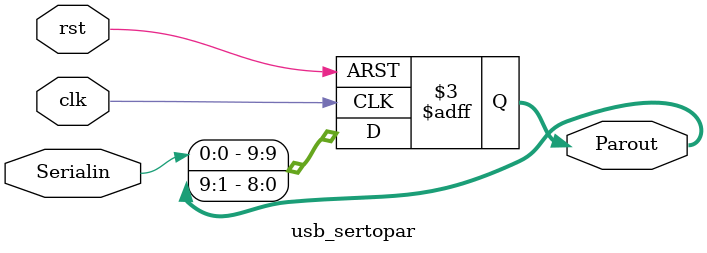
<source format=v>
`timescale 1ns/100ps
module usb_sertopar(
    input Serialin,
    input clk,rst,
    output reg [9:0]Parout
    );

    always@(posedge clk or negedge rst) begin
        if(!rst) begin
            Parout<=0;
        end
        else begin
            Parout<= {Serialin,Parout[9:1]};
        end
    end

endmodule
</source>
